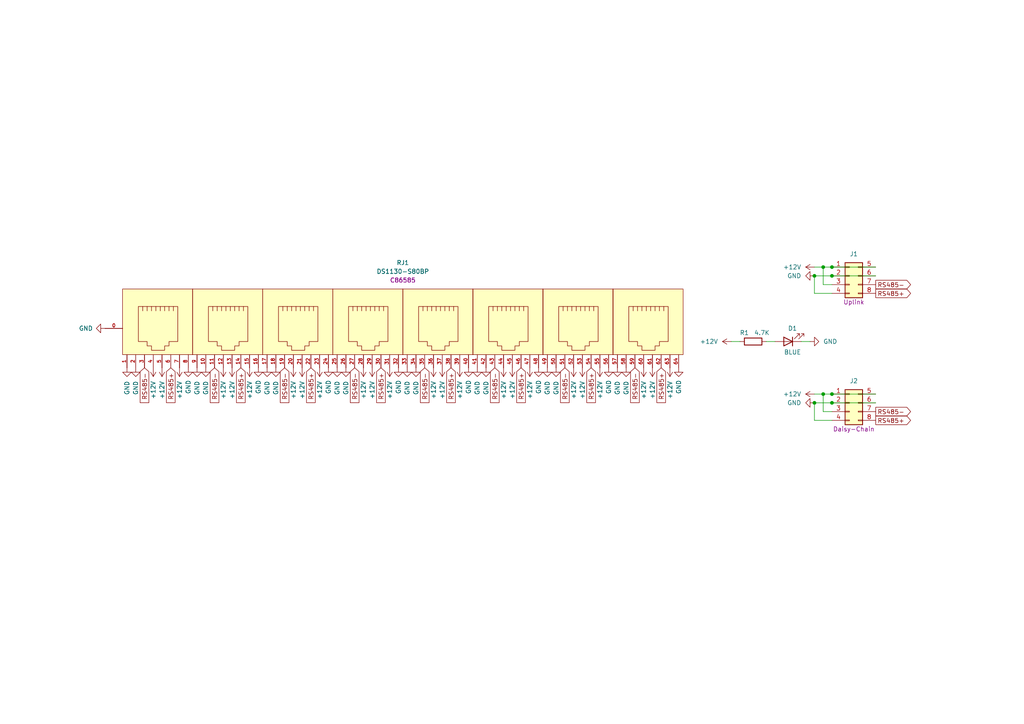
<source format=kicad_sch>
(kicad_sch (version 20211123) (generator eeschema)
  (paper "A4")
  (lib_symbols
    (symbol "A10:DS1130-S80BP" (pin_names hide)
      (property "Reference" "RJ" (at 0 1.27 0))
      (property "Value" "DS1130-S80BP" (at 0 -2.54 0))
      (property "LCSC" "C86585" (at 0 0 0))
      (symbol "DS1130-S80BP_0_0"
        (rectangle (start -82.55 5.08) (end -62.23 -13.97) (fill (type background)))
        (rectangle (start -62.23 5.08) (end -41.91 -13.97) (fill (type background)))
        (rectangle (start -41.91 5.08) (end -21.59 -13.97) (fill (type background)))
        (rectangle (start -21.59 5.08) (end -1.27 -13.97) (fill (type background)))
        (rectangle (start -1.27 5.08) (end 19.05 -13.97) (fill (type background)))
        (polyline (pts (xy -76.708 -1.27) (xy -76.708 0) (xy -76.708 0)))
        (polyline (pts (xy -75.438 0) (xy -75.438 -1.27) (xy -75.438 -1.27)))
        (polyline (pts (xy -74.168 0) (xy -74.168 -1.27) (xy -74.168 -1.27)))
        (polyline (pts (xy -72.898 0) (xy -72.898 -1.27) (xy -72.898 -1.27)))
        (polyline (pts (xy -71.628 0) (xy -71.628 -1.27) (xy -71.628 -1.27)))
        (polyline (pts (xy -70.358 0) (xy -70.358 -1.27) (xy -70.358 -1.27)))
        (polyline (pts (xy -69.088 -1.27) (xy -69.088 0) (xy -69.088 0)))
        (polyline (pts (xy -67.818 -1.27) (xy -67.818 0) (xy -67.818 0)))
        (polyline (pts (xy -56.388 -1.27) (xy -56.388 0) (xy -56.388 0)))
        (polyline (pts (xy -55.118 0) (xy -55.118 -1.27) (xy -55.118 -1.27)))
        (polyline (pts (xy -53.848 0) (xy -53.848 -1.27) (xy -53.848 -1.27)))
        (polyline (pts (xy -52.578 0) (xy -52.578 -1.27) (xy -52.578 -1.27)))
        (polyline (pts (xy -51.308 0) (xy -51.308 -1.27) (xy -51.308 -1.27)))
        (polyline (pts (xy -50.038 0) (xy -50.038 -1.27) (xy -50.038 -1.27)))
        (polyline (pts (xy -48.768 -1.27) (xy -48.768 0) (xy -48.768 0)))
        (polyline (pts (xy -47.498 -1.27) (xy -47.498 0) (xy -47.498 0)))
        (polyline (pts (xy -36.068 -1.27) (xy -36.068 0) (xy -36.068 0)))
        (polyline (pts (xy -34.798 0) (xy -34.798 -1.27) (xy -34.798 -1.27)))
        (polyline (pts (xy -33.528 0) (xy -33.528 -1.27) (xy -33.528 -1.27)))
        (polyline (pts (xy -32.258 0) (xy -32.258 -1.27) (xy -32.258 -1.27)))
        (polyline (pts (xy -30.988 0) (xy -30.988 -1.27) (xy -30.988 -1.27)))
        (polyline (pts (xy -29.718 0) (xy -29.718 -1.27) (xy -29.718 -1.27)))
        (polyline (pts (xy -28.448 -1.27) (xy -28.448 0) (xy -28.448 0)))
        (polyline (pts (xy -27.178 -1.27) (xy -27.178 0) (xy -27.178 0)))
        (polyline (pts (xy -15.748 -1.27) (xy -15.748 0) (xy -15.748 0)))
        (polyline (pts (xy -14.478 0) (xy -14.478 -1.27) (xy -14.478 -1.27)))
        (polyline (pts (xy -13.208 0) (xy -13.208 -1.27) (xy -13.208 -1.27)))
        (polyline (pts (xy -11.938 0) (xy -11.938 -1.27) (xy -11.938 -1.27)))
        (polyline (pts (xy -10.668 0) (xy -10.668 -1.27) (xy -10.668 -1.27)))
        (polyline (pts (xy -9.398 0) (xy -9.398 -1.27) (xy -9.398 -1.27)))
        (polyline (pts (xy -8.128 -1.27) (xy -8.128 0) (xy -8.128 0)))
        (polyline (pts (xy -6.858 -1.27) (xy -6.858 0) (xy -6.858 0)))
        (polyline (pts (xy 4.572 -1.27) (xy 4.572 0) (xy 4.572 0)))
        (polyline (pts (xy 5.842 0) (xy 5.842 -1.27) (xy 5.842 -1.27)))
        (polyline (pts (xy 7.112 0) (xy 7.112 -1.27) (xy 7.112 -1.27)))
        (polyline (pts (xy 8.382 0) (xy 8.382 -1.27) (xy 8.382 -1.27)))
        (polyline (pts (xy 9.652 0) (xy 9.652 -1.27) (xy 9.652 -1.27)))
        (polyline (pts (xy 10.922 0) (xy 10.922 -1.27) (xy 10.922 -1.27)))
        (polyline (pts (xy 12.192 -1.27) (xy 12.192 0) (xy 12.192 0)))
        (polyline (pts (xy 13.462 -1.27) (xy 13.462 0) (xy 13.462 0)))
        (polyline (pts (xy 24.892 -1.27) (xy 24.892 0) (xy 24.892 0)))
        (polyline (pts (xy 26.162 0) (xy 26.162 -1.27) (xy 26.162 -1.27)))
        (polyline (pts (xy 27.432 0) (xy 27.432 -1.27) (xy 27.432 -1.27)))
        (polyline (pts (xy 28.702 0) (xy 28.702 -1.27) (xy 28.702 -1.27)))
        (polyline (pts (xy 29.972 0) (xy 29.972 -1.27) (xy 29.972 -1.27)))
        (polyline (pts (xy 31.242 0) (xy 31.242 -1.27) (xy 31.242 -1.27)))
        (polyline (pts (xy 32.512 -1.27) (xy 32.512 0) (xy 32.512 0)))
        (polyline (pts (xy 33.782 -1.27) (xy 33.782 0) (xy 33.782 0)))
        (polyline (pts (xy 45.212 -1.27) (xy 45.212 0) (xy 45.212 0)))
        (polyline (pts (xy 46.482 0) (xy 46.482 -1.27) (xy 46.482 -1.27)))
        (polyline (pts (xy 47.752 0) (xy 47.752 -1.27) (xy 47.752 -1.27)))
        (polyline (pts (xy 49.022 0) (xy 49.022 -1.27) (xy 49.022 -1.27)))
        (polyline (pts (xy 50.292 0) (xy 50.292 -1.27) (xy 50.292 -1.27)))
        (polyline (pts (xy 51.562 0) (xy 51.562 -1.27) (xy 51.562 -1.27)))
        (polyline (pts (xy 52.832 -1.27) (xy 52.832 0) (xy 52.832 0)))
        (polyline (pts (xy 54.102 -1.27) (xy 54.102 0) (xy 54.102 0)))
        (polyline (pts (xy 65.532 -1.27) (xy 65.532 0) (xy 65.532 0)))
        (polyline (pts (xy 66.802 0) (xy 66.802 -1.27) (xy 66.802 -1.27)))
        (polyline (pts (xy 68.072 0) (xy 68.072 -1.27) (xy 68.072 -1.27)))
        (polyline (pts (xy 69.342 0) (xy 69.342 -1.27) (xy 69.342 -1.27)))
        (polyline (pts (xy 70.612 0) (xy 70.612 -1.27) (xy 70.612 -1.27)))
        (polyline (pts (xy 71.882 0) (xy 71.882 -1.27) (xy 71.882 -1.27)))
        (polyline (pts (xy 73.152 -1.27) (xy 73.152 0) (xy 73.152 0)))
        (polyline (pts (xy 74.422 -1.27) (xy 74.422 0) (xy 74.422 0)))
        (polyline (pts (xy -77.978 0) (xy -66.548 0) (xy -66.548 -10.16) (xy -69.088 -10.16) (xy -69.088 -11.43) (xy -70.358 -11.43) (xy -70.358 -12.7) (xy -74.168 -12.7) (xy -74.168 -11.43) (xy -75.438 -11.43) (xy -75.438 -10.16) (xy -77.978 -10.16) (xy -77.978 0) (xy -77.978 0)))
        (polyline (pts (xy -57.658 0) (xy -46.228 0) (xy -46.228 -10.16) (xy -48.768 -10.16) (xy -48.768 -11.43) (xy -50.038 -11.43) (xy -50.038 -12.7) (xy -53.848 -12.7) (xy -53.848 -11.43) (xy -55.118 -11.43) (xy -55.118 -10.16) (xy -57.658 -10.16) (xy -57.658 0) (xy -57.658 0)))
        (polyline (pts (xy -37.338 0) (xy -25.908 0) (xy -25.908 -10.16) (xy -28.448 -10.16) (xy -28.448 -11.43) (xy -29.718 -11.43) (xy -29.718 -12.7) (xy -33.528 -12.7) (xy -33.528 -11.43) (xy -34.798 -11.43) (xy -34.798 -10.16) (xy -37.338 -10.16) (xy -37.338 0) (xy -37.338 0)))
        (polyline (pts (xy -17.018 0) (xy -5.588 0) (xy -5.588 -10.16) (xy -8.128 -10.16) (xy -8.128 -11.43) (xy -9.398 -11.43) (xy -9.398 -12.7) (xy -13.208 -12.7) (xy -13.208 -11.43) (xy -14.478 -11.43) (xy -14.478 -10.16) (xy -17.018 -10.16) (xy -17.018 0) (xy -17.018 0)))
        (polyline (pts (xy 3.302 0) (xy 14.732 0) (xy 14.732 -10.16) (xy 12.192 -10.16) (xy 12.192 -11.43) (xy 10.922 -11.43) (xy 10.922 -12.7) (xy 7.112 -12.7) (xy 7.112 -11.43) (xy 5.842 -11.43) (xy 5.842 -10.16) (xy 3.302 -10.16) (xy 3.302 0) (xy 3.302 0)))
        (polyline (pts (xy 23.622 0) (xy 35.052 0) (xy 35.052 -10.16) (xy 32.512 -10.16) (xy 32.512 -11.43) (xy 31.242 -11.43) (xy 31.242 -12.7) (xy 27.432 -12.7) (xy 27.432 -11.43) (xy 26.162 -11.43) (xy 26.162 -10.16) (xy 23.622 -10.16) (xy 23.622 0) (xy 23.622 0)))
        (polyline (pts (xy 43.942 0) (xy 55.372 0) (xy 55.372 -10.16) (xy 52.832 -10.16) (xy 52.832 -11.43) (xy 51.562 -11.43) (xy 51.562 -12.7) (xy 47.752 -12.7) (xy 47.752 -11.43) (xy 46.482 -11.43) (xy 46.482 -10.16) (xy 43.942 -10.16) (xy 43.942 0) (xy 43.942 0)))
        (polyline (pts (xy 64.262 0) (xy 75.692 0) (xy 75.692 -10.16) (xy 73.152 -10.16) (xy 73.152 -11.43) (xy 71.882 -11.43) (xy 71.882 -12.7) (xy 68.072 -12.7) (xy 68.072 -11.43) (xy 66.802 -11.43) (xy 66.802 -10.16) (xy 64.262 -10.16) (xy 64.262 0) (xy 64.262 0)))
        (rectangle (start 19.05 5.08) (end 39.37 -13.97) (fill (type background)))
        (rectangle (start 39.37 5.08) (end 59.69 -13.97) (fill (type background)))
        (rectangle (start 59.69 5.08) (end 80.01 -13.97) (fill (type background)))
        (pin unspecified line (at -87.63 -6.35 0) (length 5.08) (name "0") (number "0"))
        (pin unspecified line (at -81.28 -17.78 90) (length 3.81) (name "1") (number "1"))
        (pin unspecified line (at -58.42 -17.78 90) (length 3.81) (name "10") (number "10"))
        (pin unspecified line (at -55.88 -17.78 90) (length 3.81) (name "11") (number "11"))
        (pin unspecified line (at -53.34 -17.78 90) (length 3.81) (name "12") (number "12"))
        (pin unspecified line (at -50.8 -17.78 90) (length 3.81) (name "13") (number "13"))
        (pin unspecified line (at -48.26 -17.78 90) (length 3.81) (name "14") (number "14"))
        (pin unspecified line (at -45.72 -17.78 90) (length 3.81) (name "15") (number "15"))
        (pin unspecified line (at -43.18 -17.78 90) (length 3.81) (name "16") (number "16"))
        (pin unspecified line (at -40.64 -17.78 90) (length 3.81) (name "17") (number "17"))
        (pin unspecified line (at -38.1 -17.78 90) (length 3.81) (name "18") (number "18"))
        (pin unspecified line (at -35.56 -17.78 90) (length 3.81) (name "19") (number "19"))
        (pin unspecified line (at -78.74 -17.78 90) (length 3.81) (name "2") (number "2"))
        (pin unspecified line (at -33.02 -17.78 90) (length 3.81) (name "20") (number "20"))
        (pin unspecified line (at -30.48 -17.78 90) (length 3.81) (name "21") (number "21"))
        (pin unspecified line (at -27.94 -17.78 90) (length 3.81) (name "22") (number "22"))
        (pin unspecified line (at -25.4 -17.78 90) (length 3.81) (name "23") (number "23"))
        (pin unspecified line (at -22.86 -17.78 90) (length 3.81) (name "24") (number "24"))
        (pin unspecified line (at -20.32 -17.78 90) (length 3.81) (name "25") (number "25"))
        (pin unspecified line (at -17.78 -17.78 90) (length 3.81) (name "26") (number "26"))
        (pin unspecified line (at -15.24 -17.78 90) (length 3.81) (name "27") (number "27"))
        (pin unspecified line (at -12.7 -17.78 90) (length 3.81) (name "28") (number "28"))
        (pin unspecified line (at -10.16 -17.78 90) (length 3.81) (name "29") (number "29"))
        (pin unspecified line (at -76.2 -17.78 90) (length 3.81) (name "3") (number "3"))
        (pin unspecified line (at -7.62 -17.78 90) (length 3.81) (name "30") (number "30"))
        (pin unspecified line (at -5.08 -17.78 90) (length 3.81) (name "31") (number "31"))
        (pin unspecified line (at -2.54 -17.78 90) (length 3.81) (name "32") (number "32"))
        (pin unspecified line (at 0 -17.78 90) (length 3.81) (name "33") (number "33"))
        (pin unspecified line (at 2.54 -17.78 90) (length 3.81) (name "34") (number "34"))
        (pin unspecified line (at 5.08 -17.78 90) (length 3.81) (name "35") (number "35"))
        (pin unspecified line (at 7.62 -17.78 90) (length 3.81) (name "36") (number "36"))
        (pin unspecified line (at 10.16 -17.78 90) (length 3.81) (name "37") (number "37"))
        (pin unspecified line (at 12.7 -17.78 90) (length 3.81) (name "38") (number "38"))
        (pin unspecified line (at 15.24 -17.78 90) (length 3.81) (name "39") (number "39"))
        (pin unspecified line (at -73.66 -17.78 90) (length 3.81) (name "4") (number "4"))
        (pin unspecified line (at 17.78 -17.78 90) (length 3.81) (name "40") (number "40"))
        (pin unspecified line (at 20.32 -17.78 90) (length 3.81) (name "41") (number "41"))
        (pin unspecified line (at 22.86 -17.78 90) (length 3.81) (name "42") (number "42"))
        (pin unspecified line (at 25.4 -17.78 90) (length 3.81) (name "43") (number "43"))
        (pin unspecified line (at 27.94 -17.78 90) (length 3.81) (name "44") (number "44"))
        (pin unspecified line (at 30.48 -17.78 90) (length 3.81) (name "45") (number "45"))
        (pin unspecified line (at 33.02 -17.78 90) (length 3.81) (name "46") (number "46"))
        (pin unspecified line (at 35.56 -17.78 90) (length 3.81) (name "47") (number "47"))
        (pin unspecified line (at 38.1 -17.78 90) (length 3.81) (name "48") (number "48"))
        (pin unspecified line (at 40.64 -17.78 90) (length 3.81) (name "49") (number "49"))
        (pin unspecified line (at -71.12 -17.78 90) (length 3.81) (name "5") (number "5"))
        (pin unspecified line (at 43.18 -17.78 90) (length 3.81) (name "50") (number "50"))
        (pin unspecified line (at 45.72 -17.78 90) (length 3.81) (name "51") (number "51"))
        (pin unspecified line (at 48.26 -17.78 90) (length 3.81) (name "52") (number "52"))
        (pin unspecified line (at 50.8 -17.78 90) (length 3.81) (name "53") (number "53"))
        (pin unspecified line (at 53.34 -17.78 90) (length 3.81) (name "54") (number "54"))
        (pin unspecified line (at 55.88 -17.78 90) (length 3.81) (name "55") (number "55"))
        (pin unspecified line (at 58.42 -17.78 90) (length 3.81) (name "56") (number "56"))
        (pin unspecified line (at 60.96 -17.78 90) (length 3.81) (name "57") (number "57"))
        (pin unspecified line (at 63.5 -17.78 90) (length 3.81) (name "58") (number "58"))
        (pin unspecified line (at 66.04 -17.78 90) (length 3.81) (name "59") (number "59"))
        (pin unspecified line (at -68.58 -17.78 90) (length 3.81) (name "6") (number "6"))
        (pin unspecified line (at 68.58 -17.78 90) (length 3.81) (name "60") (number "60"))
        (pin unspecified line (at 71.12 -17.78 90) (length 3.81) (name "61") (number "61"))
        (pin unspecified line (at 73.66 -17.78 90) (length 3.81) (name "62") (number "62"))
        (pin unspecified line (at 76.2 -17.78 90) (length 3.81) (name "63") (number "63"))
        (pin unspecified line (at 78.74 -17.78 90) (length 3.81) (name "64") (number "64"))
        (pin unspecified line (at -66.04 -17.78 90) (length 3.81) (name "7") (number "7"))
        (pin unspecified line (at -63.5 -17.78 90) (length 3.81) (name "8") (number "8"))
        (pin unspecified line (at -60.96 -17.78 90) (length 3.81) (name "9") (number "9"))
      )
    )
    (symbol "Connector_Generic:Conn_02x04_Top_Bottom" (pin_names (offset 1.016) hide)
      (property "Reference" "J" (at 1.27 5.08 0))
      (property "Value" "Conn_02x04_Top_Bottom" (at 1.27 -7.62 0))
      (symbol "Conn_02x04_Top_Bottom_1_1"
        (rectangle (start -1.27 -4.953) (end 0 -5.207) (stroke (width 0.1524)))
        (rectangle (start -1.27 -2.413) (end 0 -2.667) (stroke (width 0.1524)))
        (rectangle (start -1.27 0.127) (end 0 -0.127) (stroke (width 0.1524)))
        (rectangle (start -1.27 2.667) (end 0 2.413) (stroke (width 0.1524)))
        (rectangle (start -1.27 3.81) (end 3.81 -6.35) (stroke (width 0.254)) (fill (type background)))
        (rectangle (start 3.81 -4.953) (end 2.54 -5.207) (stroke (width 0.1524)))
        (rectangle (start 3.81 -2.413) (end 2.54 -2.667) (stroke (width 0.1524)))
        (rectangle (start 3.81 0.127) (end 2.54 -0.127) (stroke (width 0.1524)))
        (rectangle (start 3.81 2.667) (end 2.54 2.413) (stroke (width 0.1524)))
        (pin passive line (at -5.08 2.54 0) (length 3.81) (name "Pin_1") (number "1"))
        (pin passive line (at -5.08 0 0) (length 3.81) (name "Pin_2") (number "2"))
        (pin passive line (at -5.08 -2.54 0) (length 3.81) (name "Pin_3") (number "3"))
        (pin passive line (at -5.08 -5.08 0) (length 3.81) (name "Pin_4") (number "4"))
        (pin passive line (at 7.62 2.54 180) (length 3.81) (name "Pin_5") (number "5"))
        (pin passive line (at 7.62 0 180) (length 3.81) (name "Pin_6") (number "6"))
        (pin passive line (at 7.62 -2.54 180) (length 3.81) (name "Pin_7") (number "7"))
        (pin passive line (at 7.62 -5.08 180) (length 3.81) (name "Pin_8") (number "8"))
      )
    )
    (symbol "Device:LED" (pin_numbers hide) (pin_names (offset 1.016) hide)
      (property "Reference" "D" (at 0 2.54 0))
      (property "Value" "LED" (at 0 -2.54 0))
      (symbol "LED_0_1"
        (polyline (pts (xy -1.27 -1.27) (xy -1.27 1.27)) (stroke (width 0.254)))
        (polyline (pts (xy -1.27 0) (xy 1.27 0)))
        (polyline (pts (xy 1.27 -1.27) (xy 1.27 1.27) (xy -1.27 0) (xy 1.27 -1.27)) (stroke (width 0.254)))
        (polyline (pts (xy -3.048 -0.762) (xy -4.572 -2.286) (xy -3.81 -2.286) (xy -4.572 -2.286) (xy -4.572 -1.524)))
        (polyline (pts (xy -1.778 -0.762) (xy -3.302 -2.286) (xy -2.54 -2.286) (xy -3.302 -2.286) (xy -3.302 -1.524)))
      )
      (symbol "LED_1_1"
        (pin passive line (at -3.81 0 0) (length 2.54) (name "K") (number "1"))
        (pin passive line (at 3.81 0 180) (length 2.54) (name "A") (number "2"))
      )
    )
    (symbol "Device:R" (pin_numbers hide) (pin_names (offset 0))
      (property "Reference" "R" (at 2.032 0 90))
      (property "Value" "R" (at 0 0 90))
      (symbol "R_0_1"
        (rectangle (start -1.016 -2.54) (end 1.016 2.54) (stroke (width 0.254)))
      )
      (symbol "R_1_1"
        (pin passive line (at 0 3.81 270) (length 1.27) (name "~") (number "1"))
        (pin passive line (at 0 -3.81 90) (length 1.27) (name "~") (number "2"))
      )
    )
    (symbol "power:+12V" (power) (pin_names (offset 0))
      (property "Value" "+12V" (at 0 3.556 0))
      (symbol "+12V_0_1"
        (polyline (pts (xy -0.762 1.27) (xy 0 2.54)))
        (polyline (pts (xy 0 0) (xy 0 2.54)))
        (polyline (pts (xy 0 2.54) (xy 0.762 1.27)))
      )
      (symbol "+12V_1_1"
        (pin power_in line (at 0 0 90) (length 0) hide (name "+12V") (number "1"))
      )
    )
    (symbol "power:GND" (power) (pin_names (offset 0))
      (property "Value" "GND" (at 0 -3.81 0))
      (symbol "GND_0_1"
        (polyline (pts (xy 0 0) (xy 0 -1.27) (xy 1.27 -1.27) (xy 0 -2.54) (xy -1.27 -1.27) (xy 0 -1.27)))
      )
      (symbol "GND_1_1"
        (pin power_in line (at 0 0 270) (length 0) hide (name "GND") (number "1"))
      )
    )
  )
  (junction (at 238.76 77.47))
  (junction (at 238.76 114.3))
  (junction (at 236.22 116.84))
  (junction (at 241.3 77.47))
  (junction (at 236.22 80.01))
  (junction (at 241.3 114.3))
  (junction (at 241.3 80.01))
  (junction (at 241.3 116.84))
  (wire (pts (xy 241.3 77.47) (xy 254 77.47)))
  (wire (pts (xy 236.22 77.47) (xy 238.76 77.47)))
  (wire (pts (xy 241.3 119.38) (xy 238.76 119.38)))
  (wire (pts (xy 236.22 114.3) (xy 238.76 114.3)))
  (wire (pts (xy 241.3 121.92) (xy 236.22 121.92)))
  (wire (pts (xy 238.76 82.55) (xy 238.76 77.47)))
  (wire (pts (xy 238.76 119.38) (xy 238.76 114.3)))
  (wire (pts (xy 212.09 99.06) (xy 214.63 99.06)))
  (wire (pts (xy 232.41 99.06) (xy 234.95 99.06)))
  (wire (pts (xy 222.25 99.06) (xy 224.79 99.06)))
  (wire (pts (xy 236.22 121.92) (xy 236.22 116.84)))
  (wire (pts (xy 241.3 85.09) (xy 236.22 85.09)))
  (wire (pts (xy 241.3 116.84) (xy 254 116.84)))
  (wire (pts (xy 241.3 82.55) (xy 238.76 82.55)))
  (wire (pts (xy 241.3 80.01) (xy 254 80.01)))
  (wire (pts (xy 241.3 114.3) (xy 254 114.3)))
  (wire (pts (xy 236.22 85.09) (xy 236.22 80.01)))
  (wire (pts (xy 238.76 77.47) (xy 241.3 77.47)))
  (wire (pts (xy 236.22 116.84) (xy 241.3 116.84)))
  (wire (pts (xy 238.76 114.3) (xy 241.3 114.3)))
  (wire (pts (xy 236.22 80.01) (xy 241.3 80.01)))
  (global_label "RS485+" (shape input) (at 90.17 106.68 270) (property "Intersheet References" "${INTERSHEET_REFS}" (effects hide)))
  (global_label "RS485-" (shape input) (at 163.83 106.68 270) (property "Intersheet References" "${INTERSHEET_REFS}" (effects hide)))
  (global_label "RS485+" (shape output) (at 254 85.09 0) (property "Intersheet References" "${INTERSHEET_REFS}" (effects hide)))
  (global_label "RS485+" (shape input) (at 191.77 106.68 270) (property "Intersheet References" "${INTERSHEET_REFS}" (effects hide)))
  (global_label "RS485+" (shape input) (at 171.45 106.68 270) (property "Intersheet References" "${INTERSHEET_REFS}" (effects hide)))
  (global_label "RS485-" (shape input) (at 102.87 106.68 270) (property "Intersheet References" "${INTERSHEET_REFS}" (effects hide)))
  (global_label "RS485-" (shape input) (at 123.19 106.68 270) (property "Intersheet References" "${INTERSHEET_REFS}" (effects hide)))
  (global_label "RS485-" (shape input) (at 184.15 106.68 270) (property "Intersheet References" "${INTERSHEET_REFS}" (effects hide)))
  (global_label "RS485-" (shape input) (at 143.51 106.68 270) (property "Intersheet References" "${INTERSHEET_REFS}" (effects hide)))
  (global_label "RS485+" (shape input) (at 69.85 106.68 270) (property "Intersheet References" "${INTERSHEET_REFS}" (effects hide)))
  (global_label "RS485-" (shape output) (at 254 119.38 0) (property "Intersheet References" "${INTERSHEET_REFS}" (effects hide)))
  (global_label "RS485+" (shape input) (at 151.13 106.68 270) (property "Intersheet References" "${INTERSHEET_REFS}" (effects hide)))
  (global_label "RS485+" (shape input) (at 130.81 106.68 270) (property "Intersheet References" "${INTERSHEET_REFS}" (effects hide)))
  (global_label "RS485+" (shape output) (at 254 121.92 0) (property "Intersheet References" "${INTERSHEET_REFS}" (effects hide)))
  (global_label "RS485-" (shape output) (at 254 82.55 0) (property "Intersheet References" "${INTERSHEET_REFS}" (effects hide)))
  (global_label "RS485+" (shape input) (at 110.49 106.68 270) (property "Intersheet References" "${INTERSHEET_REFS}" (effects hide)))
  (global_label "RS485-" (shape input) (at 62.23 106.68 270) (property "Intersheet References" "${INTERSHEET_REFS}" (effects hide)))
  (global_label "RS485-" (shape input) (at 41.91 106.68 270) (property "Intersheet References" "${INTERSHEET_REFS}" (effects hide)))
  (global_label "RS485-" (shape input) (at 82.55 106.68 270) (property "Intersheet References" "${INTERSHEET_REFS}" (effects hide)))
  (global_label "RS485+" (shape input) (at 49.53 106.68 270) (property "Intersheet References" "${INTERSHEET_REFS}" (effects hide)))
  (symbol (lib_id "power:GND") (at 140.97 106.68 0) (mirror y) (unit 1)
    (property "Reference" "#PWR0138" (effects hide))
    (property "Value" "GND" (at 140.9701 110.49 90) (effects (justify right)))
  )
  (symbol (lib_id "Connector_Generic:Conn_02x04_Top_Bottom") (at 246.38 80.01 0) (unit 1)
    (property "Reference" "J1" (at 247.65 73.66 0))
    (property "Value" "Conn_02x04_Top_Bottom" (effects hide))
    (property "Footprint" "A10 KiCad Libraries:Molex Micro-Fit 3.0 43045-0800" (effects hide))
    (property "Datasheet" "https://datasheet.lcsc.com/lcsc/1811051320_MOLEX-0430450800_C122422.pdf" (effects hide))
    (property "Field4" "Uplink" (at 247.65 87.63 0))
    (property "LCSC" "C122422" (effects hide))
  )
  (symbol (lib_id "power:+12V") (at 67.31 106.68 0) (mirror x) (unit 1)
    (property "Reference" "#PWR0116" (effects hide))
    (property "Value" "+12V" (at 67.3101 110.49 90) (effects (justify left)))
  )
  (symbol (lib_id "power:GND") (at 74.93 106.68 0) (mirror y) (unit 1)
    (property "Reference" "#PWR0108" (effects hide))
    (property "Value" "GND" (at 74.93 114.3 90) (effects (justify left)))
  )
  (symbol (lib_id "power:GND") (at 236.22 116.84 270) (unit 1)
    (property "Reference" "#PWR0111" (effects hide))
    (property "Value" "GND" (at 232.41 116.8399 90) (effects (justify right)))
  )
  (symbol (lib_id "power:GND") (at 95.25 106.68 0) (mirror y) (unit 1)
    (property "Reference" "#PWR0125" (effects hide))
    (property "Value" "GND" (at 95.25 114.3 90) (effects (justify left)))
  )
  (symbol (lib_id "A10:DS1130-S80BP") (at 118.11 88.9 0) (unit 1)
    (property "Reference" "RJ1" (at 116.84 76.2 0))
    (property "Value" "DS1130-S80BP" (at 116.84 78.74 0))
    (property "Footprint" "A10 KiCad Libraries:RJ45-TH_DS1130-S80BP" (effects hide))
    (property "Datasheet" "https://item.szlcsc.com/87762.html" (effects hide))
    (property "LCSC" "C86585" (at 116.84 81.28 0))
  )
  (symbol (lib_id "power:+12V") (at 44.45 106.68 0) (mirror x) (unit 1)
    (property "Reference" "#PWR0117" (effects hide))
    (property "Value" "+12V" (at 44.4501 110.49 90) (effects (justify left)))
  )
  (symbol (lib_id "power:+12V") (at 113.03 106.68 0) (mirror x) (unit 1)
    (property "Reference" "#PWR0128" (effects hide))
    (property "Value" "+12V" (at 113.0301 110.49 90) (effects (justify left)))
  )
  (symbol (lib_id "power:+12V") (at 173.99 106.68 0) (mirror x) (unit 1)
    (property "Reference" "#PWR0133" (effects hide))
    (property "Value" "+12V" (at 173.9901 110.49 90) (effects (justify left)))
  )
  (symbol (lib_id "power:+12V") (at 186.69 106.68 0) (mirror x) (unit 1)
    (property "Reference" "#PWR0145" (effects hide))
    (property "Value" "+12V" (at 186.6901 110.49 90) (effects (justify left)))
  )
  (symbol (lib_id "power:GND") (at 120.65 106.68 0) (mirror y) (unit 1)
    (property "Reference" "#PWR0148" (effects hide))
    (property "Value" "GND" (at 120.6501 110.49 90) (effects (justify right)))
  )
  (symbol (lib_id "power:GND") (at 236.22 80.01 270) (unit 1)
    (property "Reference" "#PWR0110" (effects hide))
    (property "Value" "GND" (at 232.41 80.0099 90) (effects (justify right)))
  )
  (symbol (lib_id "power:+12V") (at 125.73 106.68 0) (mirror x) (unit 1)
    (property "Reference" "#PWR0152" (effects hide))
    (property "Value" "+12V" (at 125.7301 110.49 90) (effects (justify left)))
  )
  (symbol (lib_id "power:+12V") (at 85.09 106.68 0) (mirror x) (unit 1)
    (property "Reference" "#PWR0129" (effects hide))
    (property "Value" "+12V" (at 85.0901 110.49 90) (effects (justify left)))
  )
  (symbol (lib_id "power:GND") (at 196.85 106.68 0) (mirror y) (unit 1)
    (property "Reference" "#PWR0132" (effects hide))
    (property "Value" "GND" (at 196.85 114.3 90) (effects (justify left)))
  )
  (symbol (lib_id "power:+12V") (at 168.91 106.68 0) (mirror x) (unit 1)
    (property "Reference" "#PWR0137" (effects hide))
    (property "Value" "+12V" (at 168.9101 110.49 90) (effects (justify left)))
  )
  (symbol (lib_id "power:GND") (at 176.53 106.68 0) (mirror y) (unit 1)
    (property "Reference" "#PWR0142" (effects hide))
    (property "Value" "GND" (at 176.53 114.3 90) (effects (justify left)))
  )
  (symbol (lib_id "power:+12V") (at 194.31 106.68 0) (mirror x) (unit 1)
    (property "Reference" "#PWR0131" (effects hide))
    (property "Value" "+12V" (at 194.3101 110.49 90) (effects (justify left)))
  )
  (symbol (lib_id "power:GND") (at 115.57 106.68 0) (mirror y) (unit 1)
    (property "Reference" "#PWR0130" (effects hide))
    (property "Value" "GND" (at 115.57 114.3 90) (effects (justify left)))
  )
  (symbol (lib_id "Device:LED") (at 228.6 99.06 180) (unit 1)
    (property "Reference" "D1" (at 229.87 95.25 0))
    (property "Value" "BLUE" (at 229.87 102.87 0) (effects (justify top)))
    (property "Footprint" "LED_SMD:LED_0603_1608Metric" (effects hide))
    (property "LCSC" "C72041" (effects hide))
  )
  (symbol (lib_id "power:+12V") (at 148.59 106.68 0) (mirror x) (unit 1)
    (property "Reference" "#PWR0139" (effects hide))
    (property "Value" "+12V" (at 148.5901 110.49 90) (effects (justify left)))
  )
  (symbol (lib_id "power:+12V") (at 236.22 77.47 90) (unit 1)
    (property "Reference" "#PWR0109" (effects hide))
    (property "Value" "+12V" (at 232.41 77.4699 90) (effects (justify left)))
  )
  (symbol (lib_id "power:GND") (at 156.21 106.68 0) (mirror y) (unit 1)
    (property "Reference" "#PWR0151" (effects hide))
    (property "Value" "GND" (at 156.21 114.3 90) (effects (justify left)))
  )
  (symbol (lib_id "power:+12V") (at 212.09 99.06 90) (unit 1)
    (property "Reference" "#PWR0105" (effects hide))
    (property "Value" "+12V" (at 208.28 99.0599 90) (effects (justify left)))
  )
  (symbol (lib_id "Device:R") (at 218.44 99.06 90) (unit 1)
    (property "Reference" "R1" (at 215.9 96.52 90))
    (property "Value" "4.7K" (at 220.98 96.52 90))
    (property "Footprint" "Resistor_SMD:R_0603_1608Metric" (effects hide))
    (property "LCSC" "C23162" (effects hide))
  )
  (symbol (lib_id "power:+12V") (at 236.22 114.3 90) (unit 1)
    (property "Reference" "#PWR0112" (effects hide))
    (property "Value" "+12V" (at 232.41 114.2999 90) (effects (justify left)))
  )
  (symbol (lib_id "power:GND") (at 39.37 106.68 0) (mirror y) (unit 1)
    (property "Reference" "#PWR0118" (effects hide))
    (property "Value" "GND" (at 39.3701 110.49 90) (effects (justify right)))
  )
  (symbol (lib_id "power:GND") (at 54.61 106.68 0) (mirror y) (unit 1)
    (property "Reference" "#PWR0155" (effects hide))
    (property "Value" "GND" (at 54.61 114.3 90) (effects (justify left)))
  )
  (symbol (lib_id "power:+12V") (at 153.67 106.68 0) (mirror x) (unit 1)
    (property "Reference" "#PWR0150" (effects hide))
    (property "Value" "+12V" (at 153.6701 110.49 90) (effects (justify left)))
  )
  (symbol (lib_id "power:GND") (at 97.79 106.68 0) (mirror y) (unit 1)
    (property "Reference" "#PWR0103" (effects hide))
    (property "Value" "GND" (at 97.7901 110.49 90) (effects (justify right)))
  )
  (symbol (lib_id "power:+12V") (at 189.23 106.68 0) (mirror x) (unit 1)
    (property "Reference" "#PWR0144" (effects hide))
    (property "Value" "+12V" (at 189.2301 110.49 90) (effects (justify left)))
  )
  (symbol (lib_id "power:GND") (at 30.48 95.25 270) (unit 1)
    (property "Reference" "#PWR0120" (effects hide))
    (property "Value" "GND" (at 22.86 95.25 90) (effects (justify left)))
  )
  (symbol (lib_id "power:GND") (at 181.61 106.68 0) (mirror y) (unit 1)
    (property "Reference" "#PWR0146" (effects hide))
    (property "Value" "GND" (at 181.6101 110.49 90) (effects (justify right)))
  )
  (symbol (lib_id "power:GND") (at 36.83 106.68 0) (mirror y) (unit 1)
    (property "Reference" "#PWR0119" (effects hide))
    (property "Value" "GND" (at 36.8301 110.49 90) (effects (justify right)))
  )
  (symbol (lib_id "power:GND") (at 135.89 106.68 0) (mirror y) (unit 1)
    (property "Reference" "#PWR0101" (effects hide))
    (property "Value" "GND" (at 135.89 114.3 90) (effects (justify left)))
  )
  (symbol (lib_id "power:GND") (at 138.43 106.68 0) (mirror y) (unit 1)
    (property "Reference" "#PWR0141" (effects hide))
    (property "Value" "GND" (at 138.4301 110.49 90) (effects (justify right)))
  )
  (symbol (lib_id "power:GND") (at 158.75 106.68 0) (mirror y) (unit 1)
    (property "Reference" "#PWR0135" (effects hide))
    (property "Value" "GND" (at 158.7501 110.49 90) (effects (justify right)))
  )
  (symbol (lib_id "power:GND") (at 118.11 106.68 0) (mirror y) (unit 1)
    (property "Reference" "#PWR0147" (effects hide))
    (property "Value" "GND" (at 118.1101 110.49 90) (effects (justify right)))
  )
  (symbol (lib_id "power:+12V") (at 72.39 106.68 0) (mirror x) (unit 1)
    (property "Reference" "#PWR0153" (effects hide))
    (property "Value" "+12V" (at 72.3901 110.49 90) (effects (justify left)))
  )
  (symbol (lib_id "power:+12V") (at 46.99 106.68 0) (mirror x) (unit 1)
    (property "Reference" "#PWR0123" (effects hide))
    (property "Value" "+12V" (at 46.9901 110.49 90) (effects (justify left)))
  )
  (symbol (lib_id "power:GND") (at 179.07 106.68 0) (mirror y) (unit 1)
    (property "Reference" "#PWR0143" (effects hide))
    (property "Value" "GND" (at 179.0701 110.49 90) (effects (justify right)))
  )
  (symbol (lib_id "power:GND") (at 59.69 106.68 0) (mirror y) (unit 1)
    (property "Reference" "#PWR0115" (effects hide))
    (property "Value" "GND" (at 59.6901 110.49 90) (effects (justify right)))
  )
  (symbol (lib_id "power:+12V") (at 52.07 106.68 0) (mirror x) (unit 1)
    (property "Reference" "#PWR0154" (effects hide))
    (property "Value" "+12V" (at 52.0701 110.49 90) (effects (justify left)))
  )
  (symbol (lib_id "power:+12V") (at 92.71 106.68 0) (mirror x) (unit 1)
    (property "Reference" "#PWR0122" (effects hide))
    (property "Value" "+12V" (at 92.7101 110.49 90) (effects (justify left)))
  )
  (symbol (lib_id "power:GND") (at 161.29 106.68 0) (mirror y) (unit 1)
    (property "Reference" "#PWR0136" (effects hide))
    (property "Value" "GND" (at 161.2901 110.49 90) (effects (justify right)))
  )
  (symbol (lib_id "power:GND") (at 57.15 106.68 0) (mirror y) (unit 1)
    (property "Reference" "#PWR0121" (effects hide))
    (property "Value" "GND" (at 57.1501 110.49 90) (effects (justify right)))
  )
  (symbol (lib_id "power:GND") (at 77.47 106.68 0) (mirror y) (unit 1)
    (property "Reference" "#PWR0126" (effects hide))
    (property "Value" "GND" (at 77.4701 110.49 90) (effects (justify right)))
  )
  (symbol (lib_id "power:+12V") (at 133.35 106.68 0) (mirror x) (unit 1)
    (property "Reference" "#PWR0102" (effects hide))
    (property "Value" "+12V" (at 133.3501 110.49 90) (effects (justify left)))
  )
  (symbol (lib_id "power:+12V") (at 87.63 106.68 0) (mirror x) (unit 1)
    (property "Reference" "#PWR0124" (effects hide))
    (property "Value" "+12V" (at 87.6301 110.49 90) (effects (justify left)))
  )
  (symbol (lib_id "power:GND") (at 234.95 99.06 90) (unit 1)
    (property "Reference" "#PWR0113" (effects hide))
    (property "Value" "GND" (at 238.76 99.0599 90) (effects (justify right)))
  )
  (symbol (lib_id "power:+12V") (at 105.41 106.68 0) (mirror x) (unit 1)
    (property "Reference" "#PWR0107" (effects hide))
    (property "Value" "+12V" (at 105.4101 110.49 90) (effects (justify left)))
  )
  (symbol (lib_id "power:GND") (at 80.01 106.68 0) (mirror y) (unit 1)
    (property "Reference" "#PWR0127" (effects hide))
    (property "Value" "GND" (at 80.0101 110.49 90) (effects (justify right)))
  )
  (symbol (lib_id "power:+12V") (at 146.05 106.68 0) (mirror x) (unit 1)
    (property "Reference" "#PWR0140" (effects hide))
    (property "Value" "+12V" (at 146.0501 110.49 90) (effects (justify left)))
  )
  (symbol (lib_id "power:+12V") (at 128.27 106.68 0) (mirror x) (unit 1)
    (property "Reference" "#PWR0149" (effects hide))
    (property "Value" "+12V" (at 128.2701 110.49 90) (effects (justify left)))
  )
  (symbol (lib_id "power:+12V") (at 166.37 106.68 0) (mirror x) (unit 1)
    (property "Reference" "#PWR0134" (effects hide))
    (property "Value" "+12V" (at 166.3701 110.49 90) (effects (justify left)))
  )
  (symbol (lib_id "Connector_Generic:Conn_02x04_Top_Bottom") (at 246.38 116.84 0) (unit 1)
    (property "Reference" "J2" (at 247.65 110.49 0))
    (property "Value" "Conn_02x04_Top_Bottom" (effects hide))
    (property "Footprint" "A10 KiCad Libraries:Molex Micro-Fit 3.0 43045-0800" (effects hide))
    (property "Datasheet" "https://datasheet.lcsc.com/lcsc/1811051320_MOLEX-0430450800_C122422.pdf" (effects hide))
    (property "Field4" "Daisy-Chain" (at 247.65 124.46 0))
    (property "LCSC" "C122422" (effects hide))
  )
  (symbol (lib_id "power:+12V") (at 64.77 106.68 0) (mirror x) (unit 1)
    (property "Reference" "#PWR0114" (effects hide))
    (property "Value" "+12V" (at 64.7701 110.49 90) (effects (justify left)))
  )
  (symbol (lib_id "power:GND") (at 100.33 106.68 0) (mirror y) (unit 1)
    (property "Reference" "#PWR0104" (effects hide))
    (property "Value" "GND" (at 100.3301 110.49 90) (effects (justify right)))
  )
  (symbol (lib_id "power:+12V") (at 107.95 106.68 0) (mirror x) (unit 1)
    (property "Reference" "#PWR0106" (effects hide))
    (property "Value" "+12V" (at 107.9501 110.49 90) (effects (justify left)))
  )
)
</source>
